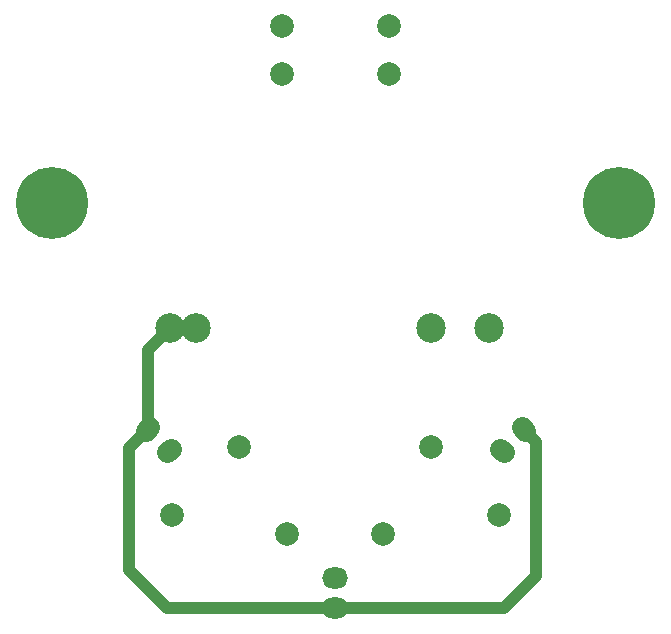
<source format=gbl>
%TF.GenerationSoftware,KiCad,Pcbnew,4.1.0-alpha+201607210716+6990~46~ubuntu15.10.1-product*%
%TF.CreationDate,2016-08-11T20:23:11+05:30*%
%TF.ProjectId,makerauto,6D616B65726175746F2E6B696361645F,rev?*%
%TF.FileFunction,Copper,L2,Bot,Signal*%
%FSLAX46Y46*%
G04 Gerber Fmt 4.6, Leading zero omitted, Abs format (unit mm)*
G04 Created by KiCad (PCBNEW 4.1.0-alpha+201607210716+6990~46~ubuntu15.10.1-product) date Thu Aug 11 20:23:11 2016*
%MOMM*%
%LPD*%
G01*
G04 APERTURE LIST*
%ADD10C,0.050800*%
%ADD11C,2.500000*%
%ADD12C,6.096000*%
%ADD13O,2.200000X1.800000*%
%ADD14C,1.800000*%
%ADD15C,2.000000*%
%ADD16C,1.000000*%
G04 APERTURE END LIST*
D10*
D11*
X108100000Y-90500000D03*
X88200000Y-90500000D03*
X86000000Y-90500000D03*
X113000000Y-90500000D03*
D12*
X76000000Y-80000000D03*
X124000000Y-80000000D03*
D13*
X100000000Y-114270000D03*
X100000000Y-111730000D03*
D14*
X116039447Y-99243395D02*
X115756605Y-98960553D01*
X114243395Y-101039447D02*
X113960553Y-100756605D01*
X84243395Y-98960553D02*
X83960553Y-99243395D01*
X86039447Y-100756605D02*
X85756605Y-101039447D01*
D15*
X91873682Y-100626318D03*
X86126318Y-106373682D03*
X108126318Y-100626318D03*
X113873682Y-106373682D03*
X104064000Y-108000000D03*
X95936000Y-108000000D03*
X104500000Y-69000000D03*
X95500000Y-65000000D03*
X104500000Y-65000000D03*
X95500000Y-69000000D03*
D16*
X117000000Y-111500000D02*
X117000000Y-100203948D01*
X117000000Y-100203948D02*
X115898026Y-99101974D01*
X114230000Y-114270000D02*
X117000000Y-111500000D01*
X100000000Y-114270000D02*
X114230000Y-114270000D01*
X86000000Y-90500000D02*
X88200000Y-90500000D01*
X84101974Y-99101974D02*
X84101974Y-92398026D01*
X84101974Y-92398026D02*
X86000000Y-90500000D01*
X82500000Y-111000000D02*
X82500000Y-100703948D01*
X82500000Y-100703948D02*
X84101974Y-99101974D01*
X85770000Y-114270000D02*
X82500000Y-111000000D01*
X100000000Y-114270000D02*
X85770000Y-114270000D01*
M02*

</source>
